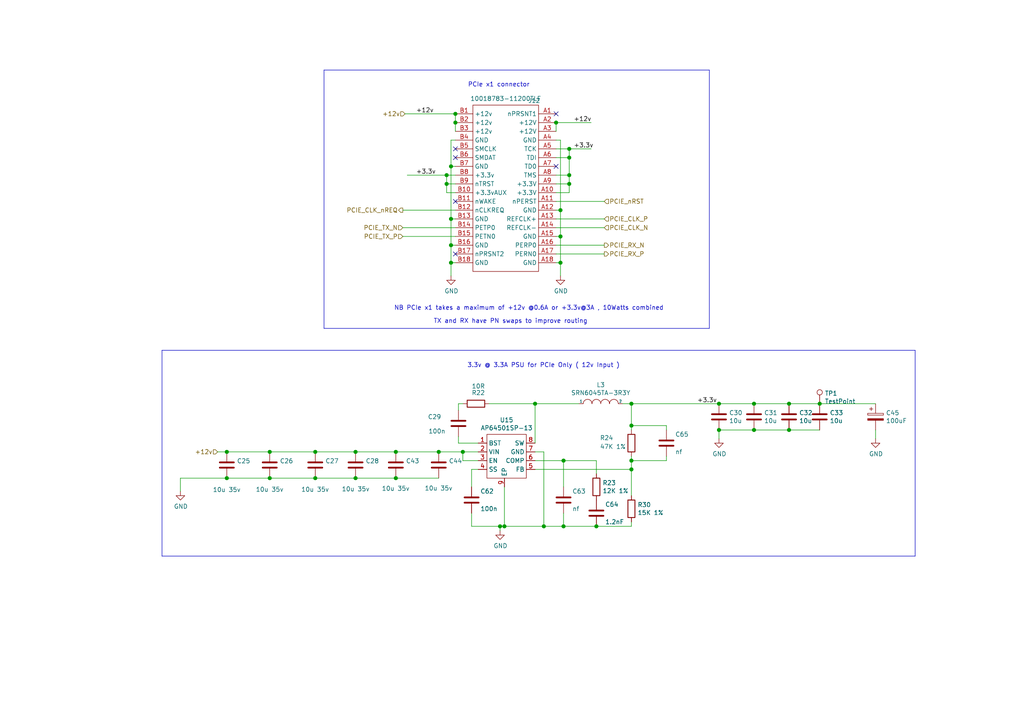
<source format=kicad_sch>
(kicad_sch (version 20211123) (generator eeschema)
  (paper "A4")
  (title_block (title "Compute Module 4 IO Board - PCIe") (rev "1") (company "© 2020-2022 Raspberry Pi Ltd (formerly Raspberry Pi (Trading) Ltd.)") (comment 1 "www.raspberrypi.com"))
  (lib_symbols
    (symbol "CM4IO:AP64351"
      (property "Reference" "U" (at 0 8.89 0))
      (property "Value" "AP64351" (at 1.27 6.35 0))
      (symbol "AP64351_0_1"
        (rectangle (start -5.08 5.08) (end 6.35 -7.62))
      )
      (symbol "AP64351_1_1"
        (pin passive line (at -7.62 2.54 0) (length 2.54) (name "BST") (number "1"))
        (pin power_in line (at -7.62 0 0) (length 2.54) (name "VIN") (number "2"))
        (pin input line (at -7.62 -2.54 0) (length 2.54) (name "EN") (number "3"))
        (pin input line (at -7.62 -5.08 0) (length 2.54) (name "SS") (number "4"))
        (pin input line (at 8.89 -5.08 180) (length 2.54) (name "FB") (number "5"))
        (pin input line (at 8.89 -2.54 180) (length 2.54) (name "COMP") (number "6"))
        (pin power_in line (at 8.89 0 180) (length 2.54) (name "GND") (number "7"))
        (pin output line (at 8.89 2.54 180) (length 2.54) (name "SW") (number "8"))
        (pin passive line (at 0 -10.16 90) (length 2.54) (name "EP") (number "9"))
      )
    )
    (symbol "CM4IO:PCIe-x1"
      (property "Reference" "J" (at -13.97 36.83 0))
      (property "Value" "PCIe-x1" (at -5.08 -13.97 0))
      (symbol "PCIe-x1_0_0"
        (pin passive line (at 10.16 33.02 180) (length 5.08) (name "nPRSNT1") (number "A1"))
        (pin power_in line (at 10.16 10.16 180) (length 5.08) (name "+3.3V") (number "A10"))
        (pin input line (at 10.16 7.62 180) (length 5.08) (name "nPERST") (number "A11"))
        (pin power_in line (at 10.16 5.08 180) (length 5.08) (name "GND") (number "A12"))
        (pin input line (at 10.16 2.54 180) (length 5.08) (name "REFCLK+") (number "A13"))
        (pin input line (at 10.16 0 180) (length 5.08) (name "REFCLK-") (number "A14"))
        (pin power_in line (at 10.16 -2.54 180) (length 5.08) (name "GND") (number "A15"))
        (pin output line (at 10.16 -5.08 180) (length 5.08) (name "PERP0") (number "A16"))
        (pin output line (at 10.16 -7.62 180) (length 5.08) (name "PERN0") (number "A17"))
        (pin power_in line (at 10.16 -10.16 180) (length 5.08) (name "GND") (number "A18"))
        (pin power_in line (at 10.16 30.48 180) (length 5.08) (name "+12V") (number "A2"))
        (pin power_in line (at 10.16 27.94 180) (length 5.08) (name "+12V") (number "A3"))
        (pin power_in line (at 10.16 25.4 180) (length 5.08) (name "GND") (number "A4"))
        (pin input line (at 10.16 22.86 180) (length 5.08) (name "TCK") (number "A5"))
        (pin input line (at 10.16 20.32 180) (length 5.08) (name "TDI") (number "A6"))
        (pin output line (at 10.16 17.78 180) (length 5.08) (name "TD0") (number "A7"))
        (pin input line (at 10.16 15.24 180) (length 5.08) (name "TMS") (number "A8"))
        (pin power_in line (at 10.16 12.7 180) (length 5.08) (name "+3.3V") (number "A9"))
        (pin power_in line (at -19.05 33.02 0) (length 5.08) (name "+12v") (number "B1"))
        (pin power_in line (at -19.05 10.16 0) (length 5.08) (name "+3.3vAUX") (number "B10"))
        (pin open_collector line (at -19.05 7.62 0) (length 5.08) (name "nWAKE") (number "B11"))
        (pin open_collector line (at -19.05 5.08 0) (length 5.08) (name "nCLKREQ") (number "B12"))
        (pin power_in line (at -19.05 2.54 0) (length 5.08) (name "GND") (number "B13"))
        (pin input line (at -19.05 0 0) (length 5.08) (name "PETP0") (number "B14"))
        (pin input line (at -19.05 -2.54 0) (length 5.08) (name "PETN0") (number "B15"))
        (pin power_in line (at -19.05 -5.08 0) (length 5.08) (name "GND") (number "B16"))
        (pin passive line (at -19.05 -7.62 0) (length 5.08) (name "nPRSNT2") (number "B17"))
        (pin power_in line (at -19.05 -10.16 0) (length 5.08) (name "GND") (number "B18"))
        (pin power_in line (at -19.05 30.48 0) (length 5.08) (name "+12v") (number "B2"))
        (pin power_in line (at -19.05 27.94 0) (length 5.08) (name "+12v") (number "B3"))
        (pin power_in line (at -19.05 25.4 0) (length 5.08) (name "GND") (number "B4"))
        (pin passive line (at -19.05 22.86 0) (length 5.08) (name "SMCLK") (number "B5"))
        (pin passive line (at -19.05 20.32 0) (length 5.08) (name "SMDAT") (number "B6"))
        (pin power_in line (at -19.05 17.78 0) (length 5.08) (name "GND") (number "B7"))
        (pin power_in line (at -19.05 15.24 0) (length 5.08) (name "+3.3v") (number "B8"))
        (pin input line (at -19.05 12.7 0) (length 5.08) (name "nTRST") (number "B9"))
      )
      (symbol "PCIe-x1_0_1"
        (rectangle (start -13.97 35.56) (end 5.08 -12.7))
      )
    )
    (symbol "Connector:TestPoint" (pin_numbers hide) (pin_names (offset 0.762) hide)
      (property "Reference" "TP" (at 0 6.858 0))
      (property "Value" "TestPoint" (at 0 5.08 0))
      (symbol "TestPoint_0_1"
        (circle (center 0 3.302) (radius 0.762))
      )
      (symbol "TestPoint_1_1"
        (pin passive line (at 0 0 90) (length 2.54) (name "1") (number "1"))
      )
    )
    (symbol "Device:C" (pin_numbers hide) (pin_names (offset 0.254))
      (property "Reference" "C" (at 0.635 2.54 0))
      (property "Value" "C" (at 0.635 -2.54 0))
      (symbol "C_0_1"
        (polyline (pts (xy -2.032 -0.762) (xy 2.032 -0.762)) (stroke (width 0.508)))
        (polyline (pts (xy -2.032 0.762) (xy 2.032 0.762)) (stroke (width 0.508)))
      )
      (symbol "C_1_1"
        (pin passive line (at 0 3.81 270) (length 2.794) (name "~") (number "1"))
        (pin passive line (at 0 -3.81 90) (length 2.794) (name "~") (number "2"))
      )
    )
    (symbol "Device:CP" (pin_numbers hide) (pin_names (offset 0.254))
      (property "Reference" "C" (at 0.635 2.54 0))
      (property "Value" "CP" (at 0.635 -2.54 0))
      (symbol "CP_0_1"
        (rectangle (start -2.286 0.508) (end 2.286 1.016))
        (polyline (pts (xy -1.778 2.286) (xy -0.762 2.286)))
        (polyline (pts (xy -1.27 2.794) (xy -1.27 1.778)))
        (rectangle (start 2.286 -0.508) (end -2.286 -1.016) (fill (type outline)))
      )
      (symbol "CP_1_1"
        (pin passive line (at 0 3.81 270) (length 2.794) (name "~") (number "1"))
        (pin passive line (at 0 -3.81 90) (length 2.794) (name "~") (number "2"))
      )
    )
    (symbol "Device:R" (pin_numbers hide) (pin_names (offset 0))
      (property "Reference" "R" (at 2.032 0 90))
      (property "Value" "R" (at 0 0 90))
      (symbol "R_0_1"
        (rectangle (start -1.016 -2.54) (end 1.016 2.54) (stroke (width 0.254)))
      )
      (symbol "R_1_1"
        (pin passive line (at 0 3.81 270) (length 1.27) (name "~") (number "1"))
        (pin passive line (at 0 -3.81 90) (length 1.27) (name "~") (number "2"))
      )
    )
    (symbol "power:GND" (power) (pin_names (offset 0))
      (property "Value" "GND" (at 0 -3.81 0))
      (symbol "GND_0_1"
        (polyline (pts (xy 0 0) (xy 0 -1.27) (xy 1.27 -1.27) (xy 0 -2.54) (xy -1.27 -1.27) (xy 0 -1.27)))
      )
      (symbol "GND_1_1"
        (pin power_in line (at 0 0 270) (length 0) hide (name "GND") (number "1"))
      )
    )
    (symbol "pspice:INDUCTOR" (pin_numbers hide) (pin_names (offset 0))
      (property "Reference" "L" (at 0 2.54 0))
      (property "Value" "INDUCTOR" (at 0 -1.27 0))
      (symbol "INDUCTOR_0_1"
        (arc (start -2.54 0) (mid -3.81 1.27) (end -5.08 0))
        (arc (start 0 0) (mid -1.27 1.27) (end -2.54 0))
        (arc (start 2.54 0) (mid 1.27 1.27) (end 0 0))
        (arc (start 5.08 0) (mid 3.81 1.27) (end 2.54 0))
      )
      (symbol "INDUCTOR_1_1"
        (pin input line (at -6.35 0 0) (length 1.27) (name "1") (number "1"))
        (pin input line (at 6.35 0 180) (length 1.27) (name "2") (number "2"))
      )
    )
  )
  (junction (at 157.734 152.654) (diameter 1.016))
  (junction (at 162.56 60.96) (diameter 1.016))
  (junction (at 163.449 152.654) (diameter 1.016))
  (junction (at 162.56 76.2) (diameter 1.016))
  (junction (at 130.81 76.2) (diameter 1.016))
  (junction (at 228.854 124.714) (diameter 1.016))
  (junction (at 145.034 152.654) (diameter 1.016))
  (junction (at 114.808 131.064) (diameter 1.016))
  (junction (at 127.254 131.064) (diameter 1.016))
  (junction (at 218.694 117.094) (diameter 1.016))
  (junction (at 165.1 50.8) (diameter 1.016))
  (junction (at 91.44 131.064) (diameter 1.016))
  (junction (at 130.81 63.5) (diameter 1.016))
  (junction (at 183.134 136.144) (diameter 1.016))
  (junction (at 114.808 138.684) (diameter 1.016))
  (junction (at 78.232 131.064) (diameter 1.016))
  (junction (at 146.304 152.654) (diameter 1.016))
  (junction (at 65.786 138.684) (diameter 1.016))
  (junction (at 103.124 138.684) (diameter 1.016))
  (junction (at 65.786 131.064) (diameter 1.016))
  (junction (at 228.854 117.094) (diameter 1.016))
  (junction (at 208.534 124.714) (diameter 1.016))
  (junction (at 155.194 117.094) (diameter 1.016))
  (junction (at 172.974 152.654) (diameter 1.016))
  (junction (at 132.08 33.02) (diameter 1.016))
  (junction (at 218.694 124.714) (diameter 1.016))
  (junction (at 103.124 131.064) (diameter 1.016))
  (junction (at 132.08 35.56) (diameter 1.016))
  (junction (at 162.56 68.58) (diameter 1.016))
  (junction (at 78.232 138.684) (diameter 1.016))
  (junction (at 183.134 133.604) (diameter 1.016))
  (junction (at 208.534 117.094) (diameter 1.016))
  (junction (at 129.54 50.8) (diameter 1.016))
  (junction (at 183.134 117.094) (diameter 1.016))
  (junction (at 165.1 43.18) (diameter 1.016))
  (junction (at 91.44 138.684) (diameter 1.016))
  (junction (at 134.239 131.064) (diameter 1.016))
  (junction (at 129.54 53.34) (diameter 1.016))
  (junction (at 165.1 53.34) (diameter 1.016))
  (junction (at 165.1 45.72) (diameter 1.016))
  (junction (at 163.449 133.604) (diameter 1.016))
  (junction (at 161.29 35.56) (diameter 1.016))
  (junction (at 183.134 123.444) (diameter 1.016))
  (junction (at 130.81 71.12) (diameter 1.016))
  (junction (at 237.744 117.094) (diameter 1.016))
  (junction (at 130.81 48.26) (diameter 1.016))
  (no_connect (at 132.08 73.66))
  (no_connect (at 132.08 43.18))
  (no_connect (at 161.29 33.02))
  (no_connect (at 161.29 48.26))
  (no_connect (at 132.08 45.72))
  (no_connect (at 132.08 58.42))
  (wire (pts (xy 91.44 138.684) (xy 103.124 138.684)))
  (wire (pts (xy 161.29 38.1) (xy 161.29 35.56)))
  (wire (pts (xy 127.254 131.064) (xy 134.239 131.064)))
  (wire (pts (xy 163.449 133.604) (xy 163.449 141.224)))
  (wire (pts (xy 132.969 117.094) (xy 134.239 117.094)))
  (wire (pts (xy 183.134 123.444) (xy 193.294 123.444)))
  (wire (pts (xy 161.29 43.18) (xy 165.1 43.18)))
  (wire (pts (xy 132.08 38.1) (xy 132.08 35.56)))
  (wire (pts (xy 183.134 136.144) (xy 183.134 143.764)))
  (wire (pts (xy 163.449 152.654) (xy 172.974 152.654)))
  (wire (pts (xy 136.779 136.144) (xy 136.779 141.224)))
  (wire (pts (xy 161.29 63.5) (xy 175.26 63.5)))
  (wire (pts (xy 130.81 63.5) (xy 130.81 71.12)))
  (wire (pts (xy 132.969 118.999) (xy 132.969 117.094)))
  (wire (pts (xy 130.81 76.2) (xy 130.81 80.01)))
  (wire (pts (xy 183.134 117.094) (xy 208.534 117.094)))
  (wire (pts (xy 134.239 133.604) (xy 138.684 133.604)))
  (wire (pts (xy 130.81 71.12) (xy 130.81 76.2)))
  (wire (pts (xy 132.08 71.12) (xy 130.81 71.12)))
  (wire (pts (xy 180.594 117.094) (xy 183.134 117.094)))
  (polyline (pts (xy 93.98 95.25) (xy 93.98 20.32)) (stroke (width 0) (type solid)))
  (wire (pts (xy 193.294 133.604) (xy 193.294 132.334)))
  (wire (pts (xy 162.56 76.2) (xy 162.56 80.01)))
  (wire (pts (xy 155.194 133.604) (xy 163.449 133.604)))
  (wire (pts (xy 136.779 148.844) (xy 136.779 152.654)))
  (wire (pts (xy 52.324 138.684) (xy 52.324 142.494)))
  (wire (pts (xy 183.134 133.604) (xy 193.294 133.604)))
  (wire (pts (xy 161.29 55.88) (xy 165.1 55.88)))
  (wire (pts (xy 193.294 123.444) (xy 193.294 124.714)))
  (wire (pts (xy 129.54 53.34) (xy 129.54 55.88)))
  (wire (pts (xy 161.29 66.04) (xy 175.26 66.04)))
  (wire (pts (xy 162.56 60.96) (xy 162.56 68.58)))
  (wire (pts (xy 161.29 45.72) (xy 165.1 45.72)))
  (wire (pts (xy 218.694 117.094) (xy 228.854 117.094)))
  (wire (pts (xy 161.29 35.56) (xy 171.45 35.56)))
  (wire (pts (xy 129.54 50.8) (xy 132.08 50.8)))
  (wire (pts (xy 162.56 76.2) (xy 161.29 76.2)))
  (wire (pts (xy 161.29 73.66) (xy 175.26 73.66)))
  (wire (pts (xy 155.194 117.094) (xy 167.894 117.094)))
  (wire (pts (xy 162.56 68.58) (xy 162.56 76.2)))
  (wire (pts (xy 114.808 131.064) (xy 127.254 131.064)))
  (wire (pts (xy 218.694 124.714) (xy 208.534 124.714)))
  (wire (pts (xy 65.786 138.684) (xy 78.232 138.684)))
  (wire (pts (xy 78.232 131.064) (xy 91.44 131.064)))
  (wire (pts (xy 161.29 60.96) (xy 162.56 60.96)))
  (wire (pts (xy 172.974 152.654) (xy 183.134 152.654)))
  (wire (pts (xy 157.734 131.064) (xy 157.734 152.654)))
  (wire (pts (xy 155.194 117.094) (xy 155.194 128.524)))
  (wire (pts (xy 183.134 133.604) (xy 183.134 136.144)))
  (wire (pts (xy 132.08 60.96) (xy 116.84 60.96)))
  (wire (pts (xy 183.134 132.334) (xy 183.134 133.604)))
  (polyline (pts (xy 265.43 101.6) (xy 265.43 161.29)) (stroke (width 0) (type solid)))
  (polyline (pts (xy 93.98 20.32) (xy 205.74 20.32)) (stroke (width 0) (type solid)))
  (wire (pts (xy 183.134 117.094) (xy 183.134 123.444)))
  (wire (pts (xy 237.744 117.094) (xy 253.9492 117.094)))
  (wire (pts (xy 129.54 55.88) (xy 132.08 55.88)))
  (wire (pts (xy 165.1 55.88) (xy 165.1 53.34)))
  (wire (pts (xy 132.08 35.56) (xy 132.08 33.02)))
  (wire (pts (xy 163.449 148.844) (xy 163.449 152.654)))
  (polyline (pts (xy 46.99 101.6) (xy 265.43 101.6)) (stroke (width 0) (type solid)))
  (wire (pts (xy 157.734 152.654) (xy 163.449 152.654)))
  (wire (pts (xy 183.134 123.444) (xy 183.134 124.714)))
  (wire (pts (xy 134.239 131.064) (xy 134.239 133.604)))
  (wire (pts (xy 130.81 40.64) (xy 130.81 48.26)))
  (wire (pts (xy 130.81 48.26) (xy 130.81 63.5)))
  (wire (pts (xy 129.54 53.34) (xy 132.08 53.34)))
  (wire (pts (xy 132.08 63.5) (xy 130.81 63.5)))
  (wire (pts (xy 132.969 128.524) (xy 138.684 128.524)))
  (wire (pts (xy 163.449 133.604) (xy 172.974 133.604)))
  (wire (pts (xy 145.034 152.654) (xy 146.304 152.654)))
  (wire (pts (xy 65.786 131.064) (xy 78.232 131.064)))
  (wire (pts (xy 228.854 117.094) (xy 237.744 117.094)))
  (wire (pts (xy 138.684 136.144) (xy 136.779 136.144)))
  (wire (pts (xy 118.11 50.8) (xy 129.54 50.8)))
  (wire (pts (xy 132.969 126.619) (xy 132.969 128.524)))
  (wire (pts (xy 161.29 40.64) (xy 162.56 40.64)))
  (wire (pts (xy 63.119 131.064) (xy 65.786 131.064)))
  (wire (pts (xy 114.808 138.684) (xy 127.254 138.684)))
  (wire (pts (xy 117.475 33.02) (xy 132.08 33.02)))
  (polyline (pts (xy 46.99 101.6) (xy 46.99 161.29)) (stroke (width 0) (type solid)))
  (wire (pts (xy 208.534 117.094) (xy 218.694 117.094)))
  (wire (pts (xy 161.29 50.8) (xy 165.1 50.8)))
  (wire (pts (xy 132.08 40.64) (xy 130.81 40.64)))
  (wire (pts (xy 165.1 43.18) (xy 165.1 45.72)))
  (wire (pts (xy 237.744 124.714) (xy 228.854 124.714)))
  (polyline (pts (xy 205.74 20.32) (xy 205.74 95.25)) (stroke (width 0) (type solid)))
  (wire (pts (xy 165.1 45.72) (xy 165.1 50.8)))
  (wire (pts (xy 253.9492 124.714) (xy 253.9492 127.254)))
  (wire (pts (xy 52.324 138.684) (xy 65.786 138.684)))
  (wire (pts (xy 129.54 50.8) (xy 129.54 53.34)))
  (wire (pts (xy 146.304 141.224) (xy 146.304 152.654)))
  (wire (pts (xy 103.124 131.064) (xy 114.808 131.064)))
  (wire (pts (xy 183.134 152.654) (xy 183.134 151.384)))
  (wire (pts (xy 136.779 152.654) (xy 145.034 152.654)))
  (wire (pts (xy 132.08 68.58) (xy 116.84 68.58)))
  (wire (pts (xy 208.534 124.714) (xy 208.534 127.254)))
  (wire (pts (xy 155.194 131.064) (xy 157.734 131.064)))
  (wire (pts (xy 78.232 138.684) (xy 91.44 138.684)))
  (wire (pts (xy 165.1 43.18) (xy 171.45 43.18)))
  (wire (pts (xy 145.034 153.924) (xy 145.034 152.654)))
  (wire (pts (xy 228.854 124.714) (xy 218.694 124.714)))
  (wire (pts (xy 161.29 68.58) (xy 162.56 68.58)))
  (wire (pts (xy 103.124 138.684) (xy 114.808 138.684)))
  (wire (pts (xy 172.974 137.414) (xy 172.974 133.604)))
  (wire (pts (xy 91.44 131.064) (xy 103.124 131.064)))
  (wire (pts (xy 162.56 40.64) (xy 162.56 60.96)))
  (wire (pts (xy 132.08 48.26) (xy 130.81 48.26)))
  (wire (pts (xy 146.304 152.654) (xy 157.734 152.654)))
  (polyline (pts (xy 205.74 95.25) (xy 93.98 95.25)) (stroke (width 0) (type solid)))
  (wire (pts (xy 132.08 66.04) (xy 116.84 66.04)))
  (wire (pts (xy 161.29 71.12) (xy 175.26 71.12)))
  (wire (pts (xy 130.81 76.2) (xy 132.08 76.2)))
  (polyline (pts (xy 265.43 161.29) (xy 46.99 161.29)) (stroke (width 0) (type solid)))
  (wire (pts (xy 141.859 117.094) (xy 155.194 117.094)))
  (wire (pts (xy 165.1 50.8) (xy 165.1 53.34)))
  (wire (pts (xy 161.29 53.34) (xy 165.1 53.34)))
  (wire (pts (xy 155.194 136.144) (xy 183.134 136.144)))
  (wire (pts (xy 134.239 131.064) (xy 138.684 131.064)))
  (wire (pts (xy 161.29 58.42) (xy 175.26 58.42)))
  (text "TX and RX have PN swaps to improve routing\n" (at 125.73 93.98 0) (effects (font (size 1.27 1.27)) (justify left bottom)))
  (text "PCIe x1 connector" (at 153.67 25.4 180) (effects (font (size 1.27 1.27)) (justify right bottom)))
  (text "3.3v @ 3.3A PSU for PCIe Only ( 12v Input )\n\n" (at 135.509 108.839 0) (effects (font (size 1.27 1.27)) (justify left bottom)))
  (text "NB PCIe x1 takes a maximum of +12v @0.6A or +3.3v@3A , 10Watts combined" (at 114.3 90.17 0) (effects (font (size 1.27 1.27)) (justify left bottom)))
  (label "+12v" (at 120.65 33.02 0))
  (label "+3.3v" (at 120.65 50.8 0))
  (label "+3.3v" (at 166.37 43.18 0))
  (label "+3.3v" (at 202.184 117.094 0))
  (label "+12v" (at 166.37 35.56 0))
  (hierarchical_label "PCIE_RX_P" (shape output) (at 175.26 73.66 0))
  (hierarchical_label "PCIE_CLK_P" (shape input) (at 175.26 63.5 0))
  (hierarchical_label "PCIE_RX_N" (shape output) (at 175.26 71.12 0))
  (hierarchical_label "PCIE_nRST" (shape input) (at 175.26 58.42 0))
  (hierarchical_label "PCIE_CLK_N" (shape input) (at 175.26 66.04 0))
  (hierarchical_label "+12v" (shape input) (at 63.119 131.064 180))
  (hierarchical_label "+12v" (shape input) (at 117.475 33.02 180))
  (hierarchical_label "PCIE_CLK_nREQ" (shape output) (at 116.84 60.96 180))
  (hierarchical_label "PCIE_TX_N" (shape input) (at 116.84 66.04 180))
  (hierarchical_label "PCIE_TX_P" (shape input) (at 116.84 68.58 180))
  (symbol (lib_id "power:GND") (at 130.81 80.01 0) (unit 1)
    (property "Reference" "#PWR?" (effects hide))
    (property "Value" "GND" (at 130.937 84.4042 0))
  )
  (symbol (lib_id "power:GND") (at 52.324 142.494 0) (unit 1)
    (property "Reference" "#PWR?" (effects hide))
    (property "Value" "GND" (at 52.451 146.8882 0))
  )
  (symbol (lib_id "Device:C") (at 208.534 120.904 0) (unit 1)
    (property "Reference" "C30" (at 211.455 119.7356 0) (effects (justify left)))
    (property "Value" "10u" (at 211.455 122.047 0) (effects (justify left)))
    (property "Footprint" "Capacitor_SMD:C_0805_2012Metric" (effects hide))
    (property "Datasheet" "https://search.murata.co.jp/Ceramy/image/img/A01X/G101/ENG/GRM21BR71A106KA73-01.pdf" (effects hide))
    (property "Field5" "490-14381-1-ND" (effects hide))
    (property "Field4" "Digikey" (effects hide))
    (property "Field6" "GRM21BR71A106KA73L" (effects hide))
    (property "Field7" "Murata" (effects hide))
    (property "Part Description" "	10uF 10% 10V Ceramic Capacitor X7R 0805 (2012 Metric)" (effects hide))
    (property "Field8" "111893011" (effects hide))
  )
  (symbol (lib_id "Device:C") (at 218.694 120.904 0) (unit 1)
    (property "Reference" "C31" (at 221.615 119.7356 0) (effects (justify left)))
    (property "Value" "10u" (at 221.615 122.047 0) (effects (justify left)))
    (property "Footprint" "Capacitor_SMD:C_0805_2012Metric" (effects hide))
    (property "Datasheet" "https://search.murata.co.jp/Ceramy/image/img/A01X/G101/ENG/GRM21BR71A106KA73-01.pdf" (effects hide))
    (property "Field5" "490-14381-1-ND" (effects hide))
    (property "Field4" "Digikey" (effects hide))
    (property "Field6" "GRM21BR71A106KA73L" (effects hide))
    (property "Field7" "Murata" (effects hide))
    (property "Part Description" "	10uF 10% 10V Ceramic Capacitor X7R 0805 (2012 Metric)" (effects hide))
    (property "Field8" "111893011" (effects hide))
  )
  (symbol (lib_id "Device:C") (at 228.854 120.904 0) (unit 1)
    (property "Reference" "C32" (at 231.775 119.7356 0) (effects (justify left)))
    (property "Value" "10u" (at 231.775 122.047 0) (effects (justify left)))
    (property "Footprint" "Capacitor_SMD:C_0805_2012Metric" (effects hide))
    (property "Datasheet" "https://search.murata.co.jp/Ceramy/image/img/A01X/G101/ENG/GRM21BR71A106KA73-01.pdf" (effects hide))
    (property "Field5" "490-14381-1-ND" (effects hide))
    (property "Field4" "Digikey" (effects hide))
    (property "Field6" "GRM21BR71A106KA73L" (effects hide))
    (property "Field7" "Murata" (effects hide))
    (property "Part Description" "	10uF 10% 10V Ceramic Capacitor X7R 0805 (2012 Metric)" (effects hide))
    (property "Field8" "111893011" (effects hide))
  )
  (symbol (lib_id "Device:C") (at 237.744 120.904 0) (unit 1)
    (property "Reference" "C33" (at 240.665 119.7356 0) (effects (justify left)))
    (property "Value" "10u" (at 240.665 122.047 0) (effects (justify left)))
    (property "Footprint" "Capacitor_SMD:C_0805_2012Metric" (effects hide))
    (property "Datasheet" "https://search.murata.co.jp/Ceramy/image/img/A01X/G101/ENG/GRM21BR71A106KA73-01.pdf" (effects hide))
    (property "Field5" "490-14381-1-ND" (effects hide))
    (property "Field4" "Digikey" (effects hide))
    (property "Field6" "GRM21BR71A106KA73L" (effects hide))
    (property "Field7" "Murata" (effects hide))
    (property "Part Description" "	10uF 10% 10V Ceramic Capacitor X7R 0805 (2012 Metric)" (effects hide))
    (property "Field8" "111893011" (effects hide))
  )
  (symbol (lib_id "power:GND") (at 162.56 80.01 0) (unit 1)
    (property "Reference" "#PWR?" (effects hide))
    (property "Value" "GND" (at 162.687 84.4042 0))
  )
  (symbol (lib_id "Device:R") (at 183.134 147.574 0) (unit 1)
    (property "Reference" "R30" (at 184.912 146.4056 0) (effects (justify left)))
    (property "Value" "15K 1%" (at 184.912 148.717 0) (effects (justify left)))
    (property "Footprint" "Resistor_SMD:R_0402_1005Metric" (effects hide))
    (property "Datasheet" "https://fscdn.rohm.com/en/products/databook/datasheet/passive/resistor/chip_resistor/mcr-e.pdf" (effects hide))
    (property "Field4" "Farnell" (effects hide))
    (property "Field5" "9239375" (effects hide))
    (property "Field6" "MCR01MZPF1502" (effects hide))
    (property "Field7" "Rohm" (effects hide))
    (property "Part Description" "Resistor 15K M1005 1% 63mW" (effects hide))
    (property "Field8" "120891581" (effects hide))
  )
  (symbol (lib_id "Device:C") (at 172.974 148.844 0) (unit 1)
    (property "Reference" "C64" (at 175.514 146.304 0) (effects (justify left)))
    (property "Value" "1.2nF" (at 175.514 151.384 0) (effects (justify left)))
    (property "Footprint" "Capacitor_SMD:C_0402_1005Metric" (effects hide))
    (property "Datasheet" "http://www.farnell.com/datasheets/2734135.pdf?_ga=2.259347658.1738794919.1588350964-1787849031.1568210898&_gac=1.15394434.1588350964.EAIaIQobChMIgrHHs4yT6QIVxevtCh39TA_nEAAYASAAEgK8PfD_BwE" (effects hide))
    (property "Field4" "Digikey" (effects hide))
    (property "Field5" "490-16429-1-ND" (effects hide))
    (property "Field6" "GCM155R71H122KA37D" (effects hide))
    (property "Field7" "Murata" (effects hide))
    (property "Part Description" "1200pF 10% 10V Ceramic Capacitor X5R 0402 (1005 Metric)" (effects hide))
  )
  (symbol (lib_id "Device:C") (at 163.449 145.034 0) (unit 1)
    (property "Reference" "C63" (at 165.989 142.494 0) (effects (justify left)))
    (property "Value" "nf" (at 165.989 147.574 0) (effects (justify left)))
    (property "Footprint" "Capacitor_SMD:C_0402_1005Metric" (effects hide))
  )
  (symbol (lib_id "CM4IO:AP64351") (at 146.304 131.064 0) (unit 1)
    (property "Reference" "U15" (at 146.939 121.8184 0))
    (property "Value" "AP64501SP-13" (at 146.939 124.1298 0))
    (property "Footprint" "Package_SO:SOIC-8-1EP_3.9x4.9mm_P1.27mm_EP2.95x4.9mm_Mask2.71x3.4mm_ThermalVias" (effects hide))
    (property "Datasheet" "https://www.diodes.com/assets/Datasheets/AP64501.pdf" (effects hide))
    (property "Field4" "Digikey" (effects hide))
    (property "Field5" "31-AP64501SP-13CT-ND" (effects hide))
    (property "Field6" "AP64501SP-13" (effects hide))
    (property "Field7" "Diodes" (effects hide))
    (property "Part Description" "Buck Switching Regulator IC Positive Adjustable 0.8V 1 Output 5A 8-SOIC (0.154\", 3.90mm Width) Exposed Pad" (effects hide))
  )
  (symbol (lib_id "Device:C") (at 132.969 122.809 0) (unit 1)
    (property "Reference" "C29" (at 124.079 120.904 0) (effects (justify left)))
    (property "Value" "100n" (at 124.2314 125.0696 0) (effects (justify left)))
    (property "Footprint" "Capacitor_SMD:C_0402_1005Metric" (effects hide))
    (property "Datasheet" "https://search.murata.co.jp/Ceramy/image/img/A01X/G101/ENG/GRM155R71C104KA88-01.pdf" (effects hide))
    (property "Field4" "Farnell" (effects hide))
    (property "Field5" "2611911" (effects hide))
    (property "Field6" "RM EMK105 B7104KV-F" (effects hide))
    (property "Field7" "TAIYO YUDEN EUROPE GMBH" (effects hide))
    (property "Part Description" "	0.1uF 10% 16V Ceramic Capacitor X7R 0402 (1005 Metric)" (effects hide))
    (property "Field8" "110091611" (effects hide))
  )
  (symbol (lib_id "Device:C") (at 136.779 145.034 0) (unit 1)
    (property "Reference" "C62" (at 139.319 142.494 0) (effects (justify left)))
    (property "Value" "100n" (at 139.319 147.574 0) (effects (justify left)))
    (property "Footprint" "Capacitor_SMD:C_0402_1005Metric" (effects hide))
    (property "Datasheet" "https://search.murata.co.jp/Ceramy/image/img/A01X/G101/ENG/GRM155R71C104KA88-01.pdf" (effects hide))
    (property "Field4" "Farnell" (effects hide))
    (property "Field5" "2611911" (effects hide))
    (property "Field6" "RM EMK105 B7104KV-F" (effects hide))
    (property "Field7" "TAIYO YUDEN EUROPE GMBH" (effects hide))
    (property "Part Description" "	0.1uF 10% 16V Ceramic Capacitor X7R 0402 (1005 Metric)" (effects hide))
    (property "Field8" "110091611" (effects hide))
  )
  (symbol (lib_id "power:GND") (at 145.034 153.924 0) (unit 1)
    (property "Reference" "#PWR?" (effects hide))
    (property "Value" "GND" (at 145.161 158.3182 0))
  )
  (symbol (lib_id "Device:R") (at 138.049 117.094 270) (unit 1)
    (property "Reference" "R22" (at 136.779 113.919 90) (effects (justify left)))
    (property "Value" "10R" (at 136.779 112.014 90) (effects (justify left)))
    (property "Footprint" "Resistor_SMD:R_0402_1005Metric" (effects hide))
    (property "Datasheet" "https://fscdn.rohm.com/en/products/databook/datasheet/passive/resistor/chip_resistor/mcr-e.pdf" (effects hide))
    (property "Field4" "Farnell" (effects hide))
    (property "Field5" "9238999" (effects hide))
    (property "Field7" "Yageo" (effects hide))
    (property "Field6" "RC0402FR-0710RL" (effects hide))
    (property "Field8" "URES00256" (effects hide))
    (property "Part Description" "Resistor 10R M1005 1% 63mW" (effects hide))
  )
  (symbol (lib_id "Device:C") (at 193.294 128.524 0) (unit 1)
    (property "Reference" "C65" (at 195.834 125.984 0) (effects (justify left)))
    (property "Value" "nf" (at 195.834 131.064 0) (effects (justify left)))
    (property "Footprint" "Capacitor_SMD:C_0402_1005Metric" (effects hide))
    (property "Datasheet" "https://search.murata.co.jp/Ceramy/image/img/A01X/G101/ENG/GJM1555C1H270JB01-01.pdf" (effects hide))
    (property "Field4" "Digikey" (effects hide))
    (property "Field5" "	490-17672-2-ND" (effects hide))
    (property "Field6" "GJM1555C1H270JB01D" (effects hide))
    (property "Field7" "Murata" (effects hide))
    (property "Part Description" "	27pF 5% 50V Ceramic Capacitor C0G, NP0 0402 (1005 Metric)" (effects hide))
  )
  (symbol (lib_id "pspice:INDUCTOR") (at 174.244 117.094 0) (unit 1)
    (property "Reference" "L3" (at 174.244 111.633 0))
    (property "Value" "SRN6045TA-3R3Y" (at 174.244 113.9444 0))
    (property "Footprint" "Inductor_SMD:L_Bourns_SRN6045TA" (effects hide))
    (property "Datasheet" "https://www.bourns.com/docs/Product-Datasheets/SRN6045TA.pdf" (effects hide))
    (property "Field4" "Farnell" (effects hide))
    (property "Field5" "2616889" (effects hide))
    (property "Field6" "SRN6045TA-3R3Y" (effects hide))
    (property "Field7" "Bourns" (effects hide))
    (property "Part Description" "3.3µH Semi-Shielded Wirewound Inductor 7.8A 21mOhm Nonstandard" (effects hide))
  )
  (symbol (lib_id "Device:R") (at 172.974 141.224 0) (unit 1)
    (property "Reference" "R23" (at 174.752 140.0556 0) (effects (justify left)))
    (property "Value" "12K 1%" (at 174.752 142.367 0) (effects (justify left)))
    (property "Footprint" "Resistor_SMD:R_0402_1005Metric" (effects hide))
    (property "Datasheet" "https://fscdn.rohm.com/en/products/databook/datasheet/passive/resistor/chip_resistor/mcr-e.pdf" (effects hide))
    (property "Field4" "Farnell" (effects hide))
    (property "Field5" "9239367" (effects hide))
    (property "Field7" "Rohm" (effects hide))
    (property "Field6" "MCR01MZPF1202" (effects hide))
    (property "Part Description" "Resistor 12K M1005 1% 63mW" (effects hide))
  )
  (symbol (lib_id "Device:R") (at 183.134 128.524 0) (unit 1)
    (property "Reference" "R24" (at 173.99 127 0) (effects (justify left)))
    (property "Value" "47K 1%" (at 173.99 129.54 0) (effects (justify left)))
    (property "Footprint" "Resistor_SMD:R_0402_1005Metric" (effects hide))
    (property "Datasheet" "https://fscdn.rohm.com/en/products/databook/datasheet/passive/resistor/chip_resistor/mcr-e.pdf" (effects hide))
    (property "Field4" "Farnell" (effects hide))
    (property "Field5" "9239430" (effects hide))
    (property "Field7" "KOA EUROPE GMBH" (effects hide))
    (property "Field6" "RK73G1ETQTP4702D  " (effects hide))
    (property "Part Description" "Resistor 47K M1005 1% 63mW" (effects hide))
    (property "Field8" "120892781" (effects hide))
  )
  (symbol (lib_id "power:GND") (at 208.534 127.254 0) (unit 1)
    (property "Reference" "#PWR?" (effects hide))
    (property "Value" "GND" (at 208.661 131.6482 0))
  )
  (symbol (lib_id "Connector:TestPoint") (at 237.744 117.094 0) (unit 1)
    (property "Reference" "TP1" (at 239.2172 114.0968 0) (effects (justify left)))
    (property "Value" "TestPoint" (at 239.2172 116.4082 0) (effects (justify left)))
    (property "Footprint" "TestPoint:TestPoint_Pad_2.0x2.0mm" (effects hide))
    (property "Field4" "nf" (effects hide))
    (property "Field5" "nf" (effects hide))
    (property "Field6" "nf" (effects hide))
    (property "Field7" "nf" (effects hide))
  )
  (symbol (lib_id "Device:CP") (at 253.9492 120.904 0) (unit 1)
    (property "Reference" "C45" (at 256.9466 119.7614 0) (effects (justify left)))
    (property "Value" "100uF" (at 256.946 122.047 0) (effects (justify left)))
    (property "Footprint" "Capacitor_Tantalum_SMD:CP_EIA-7343-31_Kemet-D" (effects hide))
    (property "Field4" "Mouser" (effects hide))
    (property "Field5" "667-EEF-CX0J101R" (effects hide))
    (property "Part Description" "Capacitor, SP-Cap, 100u, 6.3V, 15mR ESR" (effects hide))
  )
  (symbol (lib_id "Device:C") (at 127.254 134.874 0) (unit 1)
    (property "Reference" "C44" (at 130.175 133.7056 0) (effects (justify left)))
    (property "Value" "10u 35v" (at 123.1392 141.605 0) (effects (justify left)))
    (property "Footprint" "Capacitor_SMD:C_0805_2012Metric" (effects hide))
    (property "Datasheet" "https://www.murata.com/en-global/products/productdetail.aspx?partno=GRM21BC8YA106ME11%23" (effects hide))
    (property "Field5" "490-10505-1-ND" (effects hide))
    (property "Field4" "Digikey" (effects hide))
    (property "Field6" "GRM21BC8YA106KE11L " (effects hide))
    (property "Field7" "Murata" (effects hide))
    (property "Part Description" "	10uF 10% or 20% 35V Ceramic Capacitor X6S 0805 (2012 Metric)" (effects hide))
  )
  (symbol (lib_id "Device:C") (at 114.808 134.874 0) (unit 1)
    (property "Reference" "C43" (at 117.729 133.7056 0) (effects (justify left)))
    (property "Value" "10u 35v" (at 110.6932 141.6812 0) (effects (justify left)))
    (property "Footprint" "Capacitor_SMD:C_0805_2012Metric" (effects hide))
    (property "Datasheet" "https://www.murata.com/en-global/products/productdetail.aspx?partno=GRM21BC8YA106ME11%23" (effects hide))
    (property "Field5" "490-10505-1-ND" (effects hide))
    (property "Field4" "Digikey" (effects hide))
    (property "Field6" "GRM21BC8YA106KE11L " (effects hide))
    (property "Field7" "Murata" (effects hide))
    (property "Part Description" "	10uF 10% or 20% 35V Ceramic Capacitor X6S 0805 (2012 Metric)" (effects hide))
  )
  (symbol (lib_id "Device:C") (at 103.124 134.874 0) (unit 1)
    (property "Reference" "C28" (at 106.045 133.7056 0) (effects (justify left)))
    (property "Value" "10u 35v" (at 99.0854 141.8336 0) (effects (justify left)))
    (property "Footprint" "Capacitor_SMD:C_0805_2012Metric" (effects hide))
    (property "Datasheet" "https://www.murata.com/en-global/products/productdetail.aspx?partno=GRM21BC8YA106ME11%23" (effects hide))
    (property "Field5" "490-10505-1-ND" (effects hide))
    (property "Field4" "Digikey" (effects hide))
    (property "Field6" "GRM21BC8YA106KE11L " (effects hide))
    (property "Field7" "Murata" (effects hide))
    (property "Part Description" "	10uF 10% or 20% 35V Ceramic Capacitor X6S 0805 (2012 Metric)" (effects hide))
  )
  (symbol (lib_id "Device:C") (at 91.44 134.874 0) (unit 1)
    (property "Reference" "C27" (at 94.361 133.7056 0) (effects (justify left)))
    (property "Value" "10u 35v" (at 87.3252 141.9606 0) (effects (justify left)))
    (property "Footprint" "Capacitor_SMD:C_0805_2012Metric" (effects hide))
    (property "Datasheet" "https://www.murata.com/en-global/products/productdetail.aspx?partno=GRM21BC8YA106ME11%23" (effects hide))
    (property "Field5" "490-10505-1-ND" (effects hide))
    (property "Field4" "Digikey" (effects hide))
    (property "Field6" "GRM21BC8YA106KE11L " (effects hide))
    (property "Field7" "Murata" (effects hide))
    (property "Part Description" "	10uF 10% or 20% 35V Ceramic Capacitor X6S 0805 (2012 Metric)" (effects hide))
  )
  (symbol (lib_id "Device:C") (at 78.232 134.874 0) (unit 1)
    (property "Reference" "C26" (at 81.153 133.7056 0) (effects (justify left)))
    (property "Value" "10u 35v" (at 74.1426 141.9606 0) (effects (justify left)))
    (property "Footprint" "Capacitor_SMD:C_0805_2012Metric" (effects hide))
    (property "Datasheet" "https://www.murata.com/en-global/products/productdetail.aspx?partno=GRM21BC8YA106ME11%23" (effects hide))
    (property "Field5" "490-10505-1-ND" (effects hide))
    (property "Field4" "Digikey" (effects hide))
    (property "Field6" "GRM21BC8YA106KE11L " (effects hide))
    (property "Field7" "Murata" (effects hide))
    (property "Part Description" "	10uF 10% or 20% 35V Ceramic Capacitor X6S 0805 (2012 Metric)" (effects hide))
  )
  (symbol (lib_id "Device:C") (at 65.786 134.874 0) (unit 1)
    (property "Reference" "C25" (at 68.707 133.7056 0) (effects (justify left)))
    (property "Value" "10u 35v" (at 61.6966 142.0368 0) (effects (justify left)))
    (property "Footprint" "Capacitor_SMD:C_0805_2012Metric" (effects hide))
    (property "Datasheet" "https://www.murata.com/en-global/products/productdetail.aspx?partno=GRM21BC8YA106ME11%23" (effects hide))
    (property "Field5" "490-10505-1-ND" (effects hide))
    (property "Field4" "Digikey" (effects hide))
    (property "Field6" "GRM21BC8YA106KE11L " (effects hide))
    (property "Field7" "Murata" (effects hide))
    (property "Part Description" "	10uF 10% or 20% 35V Ceramic Capacitor X6S 0805 (2012 Metric)" (effects hide))
  )
  (symbol (lib_id "CM4IO:PCIe-x1") (at 151.13 66.04 0) (unit 1)
    (property "Reference" "J12" (at 154.94 29.21 0))
    (property "Value" "10018783-11200TLF" (at 146.685 28.6004 0))
    (property "Footprint" "CM4IO:PCIex1-36" (effects hide))
    (property "Datasheet" "https://www.mouser.co.uk/datasheet/2/18/10018783-1525093.pdf" (effects hide))
    (property "Field4" "Mouser" (effects hide))
    (property "Field5" "649-10018783-1200TLF" (effects hide))
    (property "Part Description" "PCI Express/PCI Connectors PCIE THROUGH HOLE 36P" (effects hide))
    (property "Field6" "10018783-11200TLF" (effects hide))
    (property "Field7" "Amphenol FCI" (effects hide))
  )
  (symbol (lib_id "power:GND") (at 253.9492 127.254 0) (unit 1)
    (property "Reference" "#PWR?" (effects hide))
    (property "Value" "GND" (at 254.0762 131.6482 0))
  )
)
</source>
